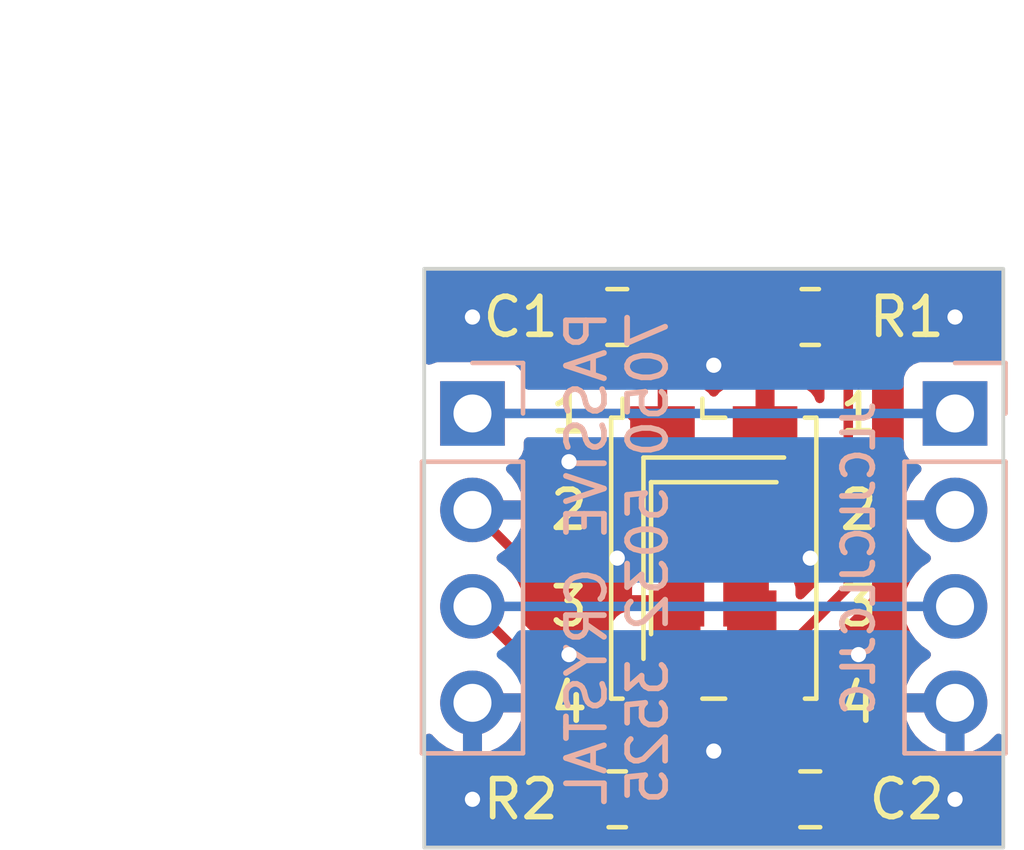
<source format=kicad_pcb>
(kicad_pcb (version 20221018) (generator pcbnew)
  (layers (0 "F.Cu" signal) (31 "B.Cu" signal) (34 "B.Paste" user) (35 "F.Paste" user) (36 "B.SilkS" user "B.Silkscreen") (37 "F.SilkS" user "F.Silkscreen") (38 "B.Mask" user) (39 "F.Mask" user) (44 "Edge.Cuts" user))
  (net 0 "")
  (net 1 "1")
  (net 2 "2")
  (net 3 "3")
  (net 4 "OUT")
  (footprint "Capacitor_SMD:C_0805_2012Metric_Pad1.18x1.45mm_HandSolder" (layer "F.Cu") (at 130.81 20.32 180)
    (fp_text reference "C1" (at 2.54 0) (layer "F.SilkS"))
    (fp_text value "C" hide)
    (fp_line (start -0.261252 -0.735) (end 0.261252 -0.735) (stroke (width 0.12)) (layer "F.SilkS"))
    (fp_line (start -0.261252 0.735) (end 0.261252 0.735) (stroke (width 0.12)) (layer "F.SilkS"))
    (pad "1" smd roundrect (at -1.0375 0 180) (size 1.175 1.45) (layers "F.Cu" "F.Paste" "F.Mask") (roundrect_rratio 0.212766) (net 1 "1"))
    (pad "2" smd roundrect (at 1.0375 0 180) (size 1.175 1.45) (layers "F.Cu" "F.Paste" "F.Mask") (roundrect_rratio 0.212766) (net 2 "2"))
  )
  (footprint "Resistor_SMD:R_0805_2012Metric_Pad1.20x1.40mm_HandSolder" (layer "F.Cu") (at 130.81 33.02 180)
    (fp_text reference "R2" (at 2.54 0) (layer "F.SilkS"))
    (fp_text value "R" hide)
    (fp_line (start -0.227064 -0.735) (end 0.227064 -0.735) (stroke (width 0.12)) (layer "F.SilkS"))
    (fp_line (start -0.227064 0.735) (end 0.227064 0.735) (stroke (width 0.12)) (layer "F.SilkS"))
    (pad "1" smd roundrect (at -1 0 180) (size 1.2 1.4) (layers "F.Cu" "F.Paste" "F.Mask") (roundrect_rratio 0.208333) (net 3 "3"))
    (pad "2" smd roundrect (at 1 0 180) (size 1.2 1.4) (layers "F.Cu" "F.Paste" "F.Mask") (roundrect_rratio 0.208333) (net 4 "OUT"))
  )
  (footprint "Crystal:Crystal_SMD_3225-4Pin_3.2x2.5mm" (layer "F.Cu") (at 133.35 26.67 -90)
    (fp_text reference "Y3" hide)
    (fp_text value "Crystal_GND24" hide)
    (fp_line (start -2 -1.65) (end -2 1.65) (stroke (width 0.12)) (layer "F.SilkS"))
    (fp_line (start -2 1.65) (end 2 1.65) (stroke (width 0.12)) (layer "F.SilkS"))
    (pad "1" smd rect (at -1.1 0.85 270) (size 1.4 1.2) (layers "F.Cu" "F.Paste" "F.Mask") (net 1 "1"))
    (pad "2" smd rect (at 1.1 0.85 270) (size 1.4 1.2) (layers "F.Cu" "F.Paste" "F.Mask") (net 2 "2"))
    (pad "3" smd rect (at 1.1 -0.85 270) (size 1.4 1.2) (layers "F.Cu" "F.Paste" "F.Mask") (net 3 "3"))
    (pad "4" smd rect (at -1.1 -0.85 270) (size 1.4 1.2) (layers "F.Cu" "F.Paste" "F.Mask") (net 2 "2"))
  )
  (footprint "Resistor_SMD:R_0805_2012Metric_Pad1.20x1.40mm_HandSolder" (layer "F.Cu") (at 135.89 20.32)
    (fp_text reference "R1" (at 2.54 0) (layer "F.SilkS"))
    (fp_text value "R" hide)
    (fp_line (start -0.227064 -0.735) (end 0.227064 -0.735) (stroke (width 0.12)) (layer "F.SilkS"))
    (fp_line (start -0.227064 0.735) (end 0.227064 0.735) (stroke (width 0.12)) (layer "F.SilkS"))
    (pad "1" smd roundrect (at -1 0) (size 1.2 1.4) (layers "F.Cu" "F.Paste" "F.Mask") (roundrect_rratio 0.208333) (net 1 "1"))
    (pad "2" smd roundrect (at 1 0) (size 1.2 1.4) (layers "F.Cu" "F.Paste" "F.Mask") (roundrect_rratio 0.208333) (net 3 "3"))
  )
  (footprint "Capacitor_SMD:C_0805_2012Metric_Pad1.18x1.45mm_HandSolder" (layer "F.Cu") (at 135.89 33.02)
    (fp_text reference "C2" (at 2.54 0) (layer "F.SilkS"))
    (fp_text value "C" hide)
    (fp_line (start -0.261252 -0.735) (end 0.261252 -0.735) (stroke (width 0.12)) (layer "F.SilkS"))
    (fp_line (start -0.261252 0.735) (end 0.261252 0.735) (stroke (width 0.12)) (layer "F.SilkS"))
    (pad "1" smd roundrect (at -1.0375 0) (size 1.175 1.45) (layers "F.Cu" "F.Paste" "F.Mask") (roundrect_rratio 0.212766) (net 3 "3"))
    (pad "2" smd roundrect (at 1.0375 0) (size 1.175 1.45) (layers "F.Cu" "F.Paste" "F.Mask") (roundrect_rratio 0.212766) (net 2 "2"))
  )
  (footprint "Crystal:Crystal_SMD_5032-4Pin_5.0x3.2mm" (layer "F.Cu") (at 133.35 26.67 -90)
    (fp_text reference "Y2" hide)
    (fp_text value "Crystal_GND24" hide)
    (fp_line (start -2.65 -1.85) (end -2.65 1.85) (stroke (width 0.12)) (layer "F.SilkS"))
    (fp_line (start -2.65 1.85) (end 2.65 1.85) (stroke (width 0.12)) (layer "F.SilkS"))
    (pad "1" smd rect (at -1.65 1 270) (size 1.6 1.3) (layers "F.Cu" "F.Paste" "F.Mask") (net 1 "1"))
    (pad "2" smd rect (at 1.65 1 270) (size 1.6 1.3) (layers "F.Cu" "F.Paste" "F.Mask") (net 2 "2"))
    (pad "3" smd rect (at 1.65 -1 270) (size 1.6 1.3) (layers "F.Cu" "F.Paste" "F.Mask") (net 3 "3"))
    (pad "4" smd rect (at -1.65 -1 270) (size 1.6 1.3) (layers "F.Cu" "F.Paste" "F.Mask") (net 2 "2"))
  )
  (footprint "Crystal:Crystal_SMD_7050-4Pin_7.0x5.0mm" (layer "F.Cu") (at 133.35 26.67 -90)
    (fp_text reference "Y1" hide)
    (fp_text value "Crystal_GND24" hide)
    (fp_line (start -4.2 0.3) (end -3.7 0.3) (stroke (width 0.12)) (layer "F.SilkS"))
    (fp_line (start -4.2 2.4) (end -3.7 2.4) (stroke (width 0.12)) (layer "F.SilkS"))
    (fp_line (start -3.7 -2.7) (end 3.7 -2.7) (stroke (width 0.12)) (layer "F.SilkS"))
    (fp_line (start -3.7 -2.4) (end -3.7 -2.7) (stroke (width 0.12)) (layer "F.SilkS"))
    (fp_line (start -3.7 0.3) (end -3.7 -0.3) (stroke (width 0.12)) (layer "F.SilkS"))
    (fp_line (start -3.7 2.4) (end -3.7 2.7) (stroke (width 0.12)) (layer "F.SilkS"))
    (fp_line (start -3.7 2.7) (end 3.7 2.7) (stroke (width 0.12)) (layer "F.SilkS"))
    (fp_line (start 3.7 -2.7) (end 3.7 -2.4) (stroke (width 0.12)) (layer "F.SilkS"))
    (fp_line (start 3.7 -0.3) (end 3.7 0.3) (stroke (width 0.12)) (layer "F.SilkS"))
    (fp_line (start 3.7 2.7) (end 3.7 2.4) (stroke (width 0.12)) (layer "F.SilkS"))
    (pad "1" smd rect (at -2.95 1.35 270) (size 2.1 1.7) (layers "F.Cu" "F.Paste" "F.Mask") (net 1 "1"))
    (pad "2" smd rect (at 2.95 1.35 270) (size 2.1 1.7) (layers "F.Cu" "F.Paste" "F.Mask") (net 2 "2"))
    (pad "3" smd rect (at 2.95 -1.35 270) (size 2.1 1.7) (layers "F.Cu" "F.Paste" "F.Mask") (net 3 "3"))
    (pad "4" smd rect (at -2.95 -1.35 270) (size 2.1 1.7) (layers "F.Cu" "F.Paste" "F.Mask") (net 2 "2"))
  )
  (footprint "Connector_PinHeader_2.54mm:PinHeader_1x04_P2.54mm_Vertical" (layer "B.Cu") (at 127 22.86 180)
    (fp_text reference "J1" hide)
    (fp_text value "Conn_01x04" hide)
    (fp_line (start -1.33 -8.95) (end 1.33 -8.95) (stroke (width 0.12)) (layer "B.SilkS"))
    (fp_line (start -1.33 -1.27) (end -1.33 -8.95) (stroke (width 0.12)) (layer "B.SilkS"))
    (fp_line (start -1.33 -1.27) (end 1.33 -1.27) (stroke (width 0.12)) (layer "B.SilkS"))
    (fp_line (start -1.33 0) (end -1.33 1.33) (stroke (width 0.12)) (layer "B.SilkS"))
    (fp_line (start -1.33 1.33) (end 0 1.33) (stroke (width 0.12)) (layer "B.SilkS"))
    (fp_line (start 1.33 -1.27) (end 1.33 -8.95) (stroke (width 0.12)) (layer "B.SilkS"))
    (pad "1" thru_hole rect (at 0 0 180) (size 1.7 1.7) (drill 1) (layers "*.Cu" "*.Mask") (net 1 "1"))
    (pad "2" thru_hole oval (at 0 -2.54 180) (size 1.7 1.7) (drill 1) (layers "*.Cu" "*.Mask") (net 2 "2"))
    (pad "3" thru_hole oval (at 0 -5.08 180) (size 1.7 1.7) (drill 1) (layers "*.Cu" "*.Mask") (net 4 "OUT"))
    (pad "4" thru_hole oval (at 0 -7.62 180) (size 1.7 1.7) (drill 1) (layers "*.Cu" "*.Mask") (net 2 "2"))
  )
  (footprint "Connector_PinHeader_2.54mm:PinHeader_1x04_P2.54mm_Vertical" (layer "B.Cu") (at 139.7 22.86 180)
    (fp_text reference "J2" hide)
    (fp_text value "Conn_01x04" hide)
    (fp_line (start -1.33 -8.95) (end 1.33 -8.95) (stroke (width 0.12)) (layer "B.SilkS"))
    (fp_line (start -1.33 -1.27) (end -1.33 -8.95) (stroke (width 0.12)) (layer "B.SilkS"))
    (fp_line (start -1.33 -1.27) (end 1.33 -1.27) (stroke (width 0.12)) (layer "B.SilkS"))
    (fp_line (start -1.33 0) (end -1.33 1.33) (stroke (width 0.12)) (layer "B.SilkS"))
    (fp_line (start -1.33 1.33) (end 0 1.33) (stroke (width 0.12)) (layer "B.SilkS"))
    (fp_line (start 1.33 -1.27) (end 1.33 -8.95) (stroke (width 0.12)) (layer "B.SilkS"))
    (pad "1" thru_hole rect (at 0 0 180) (size 1.7 1.7) (drill 1) (layers "*.Cu" "*.Mask") (net 1 "1"))
    (pad "2" thru_hole oval (at 0 -2.54 180) (size 1.7 1.7) (drill 1) (layers "*.Cu" "*.Mask") (net 2 "2"))
    (pad "3" thru_hole oval (at 0 -5.08 180) (size 1.7 1.7) (drill 1) (layers "*.Cu" "*.Mask") (net 4 "OUT"))
    (pad "4" thru_hole oval (at 0 -7.62 180) (size 1.7 1.7) (drill 1) (layers "*.Cu" "*.Mask") (net 2 "2"))
  )
  (gr_rect (start 125.73 19.05) (end 140.97 34.29) (stroke (width 0.1)) (fill none) (layer "Edge.Cuts"))
  (gr_text "JLCJLCJLCJLC" (at 137.16 26.67 90) (layer "B.SilkS") (effects (font (size 0.8 0.8)) (justify mirror)))
  (gr_text "PASSIVE CRYSTAL\n7050 5032 3525" (at 130.81 26.67 90) (layer "B.SilkS") (effects (font (size 1 1)) (justify mirror)))
  (gr_text "4" (at 137.16 30.48) (layer "F.SilkS") (effects (font (size 1 1))))
  (gr_text "3" (at 137.16 27.94) (layer "F.SilkS") (effects (font (size 1 1))))
  (gr_text "1" (at 129.54 22.86) (layer "F.SilkS") (effects (font (size 1 1))))
  (gr_text "2" (at 129.54 25.4) (layer "F.SilkS") (effects (font (size 1 1))))
  (gr_text "4" (at 129.54 30.48) (layer "F.SilkS") (effects (font (size 1 1))))
  (gr_text "3" (at 129.54 27.94) (layer "F.SilkS") (effects (font (size 1 1))))
  (gr_text "2" (at 137.16 25.4) (layer "F.SilkS") (effects (font (size 1 1))))
  (gr_text "1" (at 137.16 22.86) (layer "F.SilkS") (effects (font (size 1 1))))
  (segment (start 131.14 22.86) (end 132 23.72) (width 0.25) (layer "F.Cu") (net 1))
  (segment (start 127 22.86) (end 131.14 22.86) (width 0.25) (layer "F.Cu") (net 1))
  (segment (start 132 20.4725) (end 132 23.72) (width 0.25) (layer "F.Cu") (net 1))
  (segment (start 134.89 20.32) (end 131.8475 20.32) (width 0.25) (layer "F.Cu") (net 1))
  (segment (start 131.8475 20.32) (end 132 20.4725) (width 0.25) (layer "F.Cu") (net 1))
  (segment (start 127 22.86) (end 139.7 22.86) (width 0.25) (layer "B.Cu") (net 1))
  (segment (start 134.2 25.82) (end 134.2 25.57) (width 0.25) (layer "F.Cu") (net 2))
  (segment (start 132.5 27.52) (end 134.2 25.82) (width 0.25) (layer "F.Cu") (net 2))
  (segment (start 132.5 27.77) (end 132.5 27.52) (width 0.25) (layer "F.Cu") (net 2))
  (segment (start 129.37 27.77) (end 132.5 27.77) (width 0.25) (layer "F.Cu") (net 2))
  (segment (start 127 25.4) (end 129.37 27.77) (width 0.25) (layer "F.Cu") (net 2))
  (via (at 133.35 21.59) (size 0.8) (drill 0.4) (layers "F.Cu" "B.Cu") (net 2))
  (via (at 129.54 29.21) (size 0.8) (drill 0.4) (layers "F.Cu" "B.Cu") (net 2))
  (via (at 129.54 24.13) (size 0.8) (drill 0.4) (layers "F.Cu" "B.Cu") (net 2))
  (via (at 127 20.32) (size 0.8) (drill 0.4) (layers "F.Cu" "B.Cu") (net 2))
  (via (at 133.35 31.75) (size 0.8) (drill 0.4) (layers "F.Cu" "B.Cu") (net 2))
  (via (at 139.7 20.32) (size 0.8) (drill 0.4) (layers "F.Cu" "B.Cu") (net 2))
  (via (at 135.89 26.67) (size 0.8) (drill 0.4) (layers "F.Cu" "B.Cu") (net 2))
  (via (at 127 33.02) (size 0.8) (drill 0.4) (layers "F.Cu" "B.Cu") (net 2))
  (via (at 130.81 26.67) (size 0.8) (drill 0.4) (layers "F.Cu" "B.Cu") (net 2))
  (via (at 137.16 29.21) (size 0.8) (drill 0.4) (layers "F.Cu" "B.Cu") (net 2))
  (via (at 139.7 33.02) (size 0.8) (drill 0.4) (layers "F.Cu" "B.Cu") (net 2))
  (segment (start 134.7 32.8675) (end 134.7 29.62) (width 0.25) (layer "F.Cu") (net 3))
  (segment (start 136.89 20.32) (end 136.89 27.43) (width 0.25) (layer "F.Cu") (net 3))
  (segment (start 131.81 33.02) (end 134.8525 33.02) (width 0.25) (layer "F.Cu") (net 3))
  (segment (start 134.8525 33.02) (end 134.7 32.8675) (width 0.25) (layer "F.Cu") (net 3))
  (segment (start 136.89 27.43) (end 134.7 29.62) (width 0.25) (layer "F.Cu") (net 3))
  (segment (start 127 27.94) (end 129.81 30.75) (width 0.25) (layer "F.Cu") (net 4))
  (segment (start 129.81 30.75) (end 129.81 33.02) (width 0.25) (layer "F.Cu") (net 4))
  (segment (start 127 27.94) (end 139.7 27.94) (width 0.25) (layer "B.Cu") (net 4))
  (zone (net 2) (net_name "2") (layers "F&B.Cu") (connect_pads (clearance 0.5)) (min_thickness 0.25) (fill yes (thermal_gap 0.5) (thermal_bridge_width 0.5) (island_removal_mode 2) (island_area_min 10))
    (polygon (pts (xy 125.73 19.05) (xy 125.73 34.29) (xy 140.97 34.29) (xy 140.97 19.05)))
  )
)
</source>
